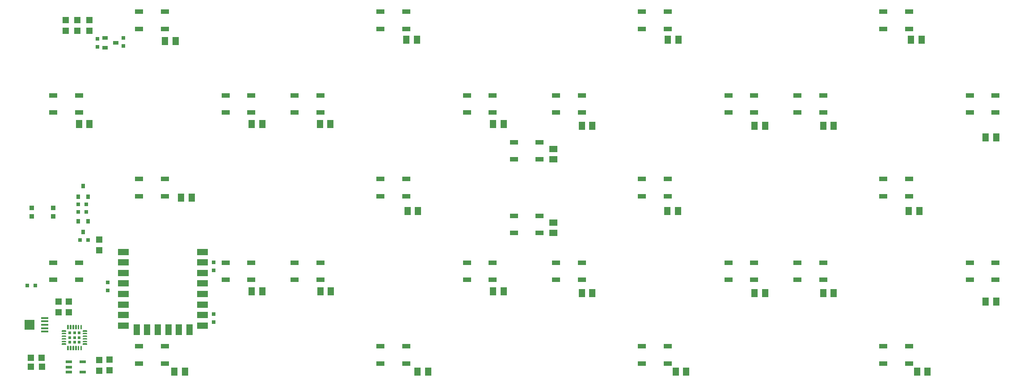
<source format=gtp>
G75*
%MOIN*%
%OFA0B0*%
%FSLAX25Y25*%
%IPPOS*%
%LPD*%
%AMOC8*
5,1,8,0,0,1.08239X$1,22.5*
%
%ADD10R,0.05906X0.03543*%
%ADD11R,0.05118X0.06299*%
%ADD12R,0.06299X0.05118*%
%ADD13R,0.05118X0.04724*%
%ADD14R,0.04724X0.02165*%
%ADD15R,0.07874X0.04724*%
%ADD16R,0.04724X0.07874*%
%ADD17R,0.03150X0.03150*%
%ADD18R,0.03543X0.03543*%
%ADD19C,0.00551*%
%ADD20R,0.02362X0.02362*%
%ADD21R,0.05709X0.01575*%
%ADD22R,0.07480X0.07480*%
%ADD23R,0.03150X0.03543*%
%ADD24R,0.04724X0.04724*%
%ADD25R,0.04724X0.05118*%
%ADD26R,0.04000X0.02500*%
D10*
X0156956Y0035104D03*
X0156956Y0048096D03*
X0176248Y0048096D03*
X0176248Y0035104D03*
X0221356Y0097604D03*
X0221356Y0110596D03*
X0240648Y0110596D03*
X0240648Y0097604D03*
X0272856Y0097604D03*
X0292148Y0097604D03*
X0292148Y0110596D03*
X0272856Y0110596D03*
X0336956Y0160104D03*
X0336956Y0173096D03*
X0356248Y0173096D03*
X0356248Y0160104D03*
X0436356Y0145596D03*
X0436356Y0132604D03*
X0455648Y0132604D03*
X0455648Y0145596D03*
X0467856Y0110596D03*
X0487148Y0110596D03*
X0487148Y0097604D03*
X0467856Y0097604D03*
X0420648Y0097604D03*
X0401356Y0097604D03*
X0401356Y0110596D03*
X0420648Y0110596D03*
X0356248Y0048096D03*
X0356248Y0035104D03*
X0336956Y0035104D03*
X0336956Y0048096D03*
X0531956Y0048096D03*
X0551248Y0048096D03*
X0551248Y0035104D03*
X0531956Y0035104D03*
X0596356Y0097604D03*
X0615648Y0097604D03*
X0615648Y0110596D03*
X0596356Y0110596D03*
X0647856Y0110596D03*
X0667148Y0110596D03*
X0667148Y0097604D03*
X0647856Y0097604D03*
X0711956Y0048096D03*
X0731248Y0048096D03*
X0731248Y0035104D03*
X0711956Y0035104D03*
X0776356Y0097604D03*
X0776356Y0110596D03*
X0795648Y0110596D03*
X0795648Y0097604D03*
X0731248Y0160104D03*
X0711956Y0160104D03*
X0711956Y0173096D03*
X0731248Y0173096D03*
X0776356Y0222604D03*
X0776356Y0235596D03*
X0795648Y0235596D03*
X0795648Y0222604D03*
X0731248Y0285104D03*
X0711956Y0285104D03*
X0711956Y0298096D03*
X0731248Y0298096D03*
X0667148Y0235596D03*
X0647856Y0235596D03*
X0647856Y0222604D03*
X0667148Y0222604D03*
X0615648Y0222604D03*
X0596356Y0222604D03*
X0596356Y0235596D03*
X0615648Y0235596D03*
X0551248Y0285104D03*
X0531956Y0285104D03*
X0531956Y0298096D03*
X0551248Y0298096D03*
X0487148Y0235596D03*
X0467856Y0235596D03*
X0467856Y0222604D03*
X0487148Y0222604D03*
X0455648Y0200596D03*
X0455648Y0187604D03*
X0436356Y0187604D03*
X0436356Y0200596D03*
X0420648Y0222604D03*
X0401356Y0222604D03*
X0401356Y0235596D03*
X0420648Y0235596D03*
X0356248Y0285104D03*
X0356248Y0298096D03*
X0336956Y0298096D03*
X0336956Y0285104D03*
X0292148Y0235596D03*
X0272856Y0235596D03*
X0272856Y0222604D03*
X0292148Y0222604D03*
X0240648Y0222604D03*
X0240648Y0235596D03*
X0221356Y0235596D03*
X0221356Y0222604D03*
X0176248Y0173096D03*
X0176248Y0160104D03*
X0156956Y0160104D03*
X0156956Y0173096D03*
X0112148Y0222604D03*
X0092856Y0222604D03*
X0092856Y0235596D03*
X0112148Y0235596D03*
X0156956Y0285104D03*
X0156956Y0298096D03*
X0176248Y0298096D03*
X0176248Y0285104D03*
X0112148Y0110596D03*
X0092856Y0110596D03*
X0092856Y0097604D03*
X0112148Y0097604D03*
X0531956Y0160104D03*
X0551248Y0160104D03*
X0551248Y0173096D03*
X0531956Y0173096D03*
D11*
X0550815Y0149100D03*
X0558689Y0149100D03*
X0615815Y0087850D03*
X0623689Y0087850D03*
X0667065Y0087850D03*
X0674939Y0087850D03*
X0730815Y0149100D03*
X0738689Y0149100D03*
X0788315Y0204100D03*
X0796189Y0204100D03*
X0674939Y0212850D03*
X0667065Y0212850D03*
X0623689Y0212850D03*
X0615815Y0212850D03*
X0559139Y0277250D03*
X0551265Y0277250D03*
X0494939Y0212850D03*
X0487065Y0212850D03*
X0428689Y0214100D03*
X0420815Y0214100D03*
X0364139Y0277250D03*
X0356265Y0277250D03*
X0299639Y0214000D03*
X0291765Y0214000D03*
X0248689Y0214100D03*
X0240815Y0214100D03*
X0196189Y0159100D03*
X0188315Y0159100D03*
X0119939Y0214100D03*
X0112065Y0214100D03*
X0176265Y0276000D03*
X0184139Y0276000D03*
X0357065Y0149100D03*
X0364939Y0149100D03*
X0420815Y0089100D03*
X0428689Y0089100D03*
X0487065Y0087850D03*
X0494939Y0087850D03*
X0557065Y0029100D03*
X0564939Y0029100D03*
X0737065Y0029100D03*
X0744939Y0029100D03*
X0788315Y0081600D03*
X0796189Y0081600D03*
X0740389Y0277250D03*
X0732515Y0277250D03*
X0299939Y0089100D03*
X0292065Y0089100D03*
X0248689Y0089100D03*
X0240815Y0089100D03*
X0191189Y0029100D03*
X0183315Y0029100D03*
X0364565Y0029100D03*
X0372439Y0029100D03*
D12*
X0466002Y0132663D03*
X0466002Y0140537D03*
X0466002Y0187663D03*
X0466002Y0195537D03*
D13*
X0134835Y0037999D03*
X0127061Y0037664D03*
X0127061Y0029664D03*
X0134835Y0029999D03*
X0104444Y0073500D03*
X0097002Y0073500D03*
X0097002Y0081500D03*
X0104444Y0081500D03*
X0127202Y0119750D03*
X0127202Y0127750D03*
X0119752Y0283850D03*
X0111002Y0283850D03*
X0102252Y0283850D03*
X0102252Y0291850D03*
X0111002Y0291850D03*
X0119752Y0291850D03*
D14*
X0114870Y0036340D03*
X0114870Y0028860D03*
X0104633Y0028860D03*
X0104633Y0032600D03*
X0104633Y0036340D03*
D15*
X0145224Y0063448D03*
X0145224Y0071322D03*
X0145224Y0079196D03*
X0145224Y0087070D03*
X0145224Y0094944D03*
X0145224Y0102819D03*
X0145224Y0110693D03*
X0145224Y0118567D03*
X0204280Y0118567D03*
X0204280Y0110693D03*
X0204280Y0102819D03*
X0204280Y0094944D03*
X0204280Y0087070D03*
X0204280Y0079196D03*
X0204280Y0071322D03*
X0204280Y0063448D03*
D16*
X0194437Y0060417D03*
X0186563Y0060417D03*
X0178689Y0060417D03*
X0170815Y0060417D03*
X0162941Y0060417D03*
X0155067Y0060417D03*
D17*
X0133502Y0089850D03*
X0133502Y0095850D03*
X0118902Y0127350D03*
X0112902Y0127350D03*
X0111452Y0148400D03*
X0111502Y0154100D03*
X0117502Y0154100D03*
X0117452Y0148400D03*
X0212602Y0110650D03*
X0212602Y0104650D03*
X0212352Y0071950D03*
X0212352Y0065950D03*
X0079552Y0093400D03*
X0073552Y0093400D03*
X0125852Y0271750D03*
X0125852Y0277750D03*
X0145102Y0278300D03*
X0145102Y0272300D03*
D18*
X0092823Y0151500D03*
X0092823Y0145200D03*
X0076681Y0145200D03*
X0076681Y0151500D03*
D19*
X0103555Y0063774D02*
X0103555Y0061174D01*
X0103555Y0063774D02*
X0104107Y0063774D01*
X0104107Y0061174D01*
X0103555Y0061174D01*
X0103555Y0061697D02*
X0104107Y0061697D01*
X0104107Y0062220D02*
X0103555Y0062220D01*
X0103555Y0062743D02*
X0104107Y0062743D01*
X0104107Y0063266D02*
X0103555Y0063266D01*
X0105523Y0063774D02*
X0105523Y0061174D01*
X0105523Y0063774D02*
X0106075Y0063774D01*
X0106075Y0061174D01*
X0105523Y0061174D01*
X0105523Y0061697D02*
X0106075Y0061697D01*
X0106075Y0062220D02*
X0105523Y0062220D01*
X0105523Y0062743D02*
X0106075Y0062743D01*
X0106075Y0063266D02*
X0105523Y0063266D01*
X0107492Y0063774D02*
X0107492Y0061174D01*
X0107492Y0063774D02*
X0108044Y0063774D01*
X0108044Y0061174D01*
X0107492Y0061174D01*
X0107492Y0061697D02*
X0108044Y0061697D01*
X0108044Y0062220D02*
X0107492Y0062220D01*
X0107492Y0062743D02*
X0108044Y0062743D01*
X0108044Y0063266D02*
X0107492Y0063266D01*
X0109460Y0063774D02*
X0109460Y0061174D01*
X0109460Y0063774D02*
X0110012Y0063774D01*
X0110012Y0061174D01*
X0109460Y0061174D01*
X0109460Y0061697D02*
X0110012Y0061697D01*
X0110012Y0062220D02*
X0109460Y0062220D01*
X0109460Y0062743D02*
X0110012Y0062743D01*
X0110012Y0063266D02*
X0109460Y0063266D01*
X0111429Y0063774D02*
X0111429Y0061174D01*
X0111429Y0063774D02*
X0111981Y0063774D01*
X0111981Y0061174D01*
X0111429Y0061174D01*
X0111429Y0061697D02*
X0111981Y0061697D01*
X0111981Y0062220D02*
X0111429Y0062220D01*
X0111429Y0062743D02*
X0111981Y0062743D01*
X0111981Y0063266D02*
X0111429Y0063266D01*
X0113397Y0063774D02*
X0113397Y0061174D01*
X0113397Y0063774D02*
X0113949Y0063774D01*
X0113949Y0061174D01*
X0113397Y0061174D01*
X0113397Y0061697D02*
X0113949Y0061697D01*
X0113949Y0062220D02*
X0113397Y0062220D01*
X0113397Y0062743D02*
X0113949Y0062743D01*
X0113949Y0063266D02*
X0113397Y0063266D01*
X0115326Y0059245D02*
X0117926Y0059245D01*
X0115326Y0059245D02*
X0115326Y0059797D01*
X0117926Y0059797D01*
X0117926Y0059245D01*
X0117926Y0059768D02*
X0115326Y0059768D01*
X0115326Y0057277D02*
X0117926Y0057277D01*
X0115326Y0057277D02*
X0115326Y0057829D01*
X0117926Y0057829D01*
X0117926Y0057277D01*
X0117926Y0057800D02*
X0115326Y0057800D01*
X0115326Y0055308D02*
X0117926Y0055308D01*
X0115326Y0055308D02*
X0115326Y0055860D01*
X0117926Y0055860D01*
X0117926Y0055308D01*
X0117926Y0055831D02*
X0115326Y0055831D01*
X0115326Y0053340D02*
X0117926Y0053340D01*
X0115326Y0053340D02*
X0115326Y0053892D01*
X0117926Y0053892D01*
X0117926Y0053340D01*
X0117926Y0053863D02*
X0115326Y0053863D01*
X0115326Y0051371D02*
X0117926Y0051371D01*
X0115326Y0051371D02*
X0115326Y0051923D01*
X0117926Y0051923D01*
X0117926Y0051371D01*
X0117926Y0051894D02*
X0115326Y0051894D01*
X0115326Y0049403D02*
X0117926Y0049403D01*
X0115326Y0049403D02*
X0115326Y0049955D01*
X0117926Y0049955D01*
X0117926Y0049403D01*
X0117926Y0049926D02*
X0115326Y0049926D01*
X0113949Y0048026D02*
X0113949Y0045426D01*
X0113397Y0045426D01*
X0113397Y0048026D01*
X0113949Y0048026D01*
X0113949Y0045949D02*
X0113397Y0045949D01*
X0113397Y0046472D02*
X0113949Y0046472D01*
X0113949Y0046995D02*
X0113397Y0046995D01*
X0113397Y0047518D02*
X0113949Y0047518D01*
X0111981Y0048026D02*
X0111981Y0045426D01*
X0111429Y0045426D01*
X0111429Y0048026D01*
X0111981Y0048026D01*
X0111981Y0045949D02*
X0111429Y0045949D01*
X0111429Y0046472D02*
X0111981Y0046472D01*
X0111981Y0046995D02*
X0111429Y0046995D01*
X0111429Y0047518D02*
X0111981Y0047518D01*
X0110012Y0048026D02*
X0110012Y0045426D01*
X0109460Y0045426D01*
X0109460Y0048026D01*
X0110012Y0048026D01*
X0110012Y0045949D02*
X0109460Y0045949D01*
X0109460Y0046472D02*
X0110012Y0046472D01*
X0110012Y0046995D02*
X0109460Y0046995D01*
X0109460Y0047518D02*
X0110012Y0047518D01*
X0108044Y0048026D02*
X0108044Y0045426D01*
X0107492Y0045426D01*
X0107492Y0048026D01*
X0108044Y0048026D01*
X0108044Y0045949D02*
X0107492Y0045949D01*
X0107492Y0046472D02*
X0108044Y0046472D01*
X0108044Y0046995D02*
X0107492Y0046995D01*
X0107492Y0047518D02*
X0108044Y0047518D01*
X0106075Y0048026D02*
X0106075Y0045426D01*
X0105523Y0045426D01*
X0105523Y0048026D01*
X0106075Y0048026D01*
X0106075Y0045949D02*
X0105523Y0045949D01*
X0105523Y0046472D02*
X0106075Y0046472D01*
X0106075Y0046995D02*
X0105523Y0046995D01*
X0105523Y0047518D02*
X0106075Y0047518D01*
X0104107Y0048026D02*
X0104107Y0045426D01*
X0103555Y0045426D01*
X0103555Y0048026D01*
X0104107Y0048026D01*
X0104107Y0045949D02*
X0103555Y0045949D01*
X0103555Y0046472D02*
X0104107Y0046472D01*
X0104107Y0046995D02*
X0103555Y0046995D01*
X0103555Y0047518D02*
X0104107Y0047518D01*
X0102178Y0049955D02*
X0099578Y0049955D01*
X0102178Y0049955D02*
X0102178Y0049403D01*
X0099578Y0049403D01*
X0099578Y0049955D01*
X0099578Y0049926D02*
X0102178Y0049926D01*
X0102178Y0051923D02*
X0099578Y0051923D01*
X0102178Y0051923D02*
X0102178Y0051371D01*
X0099578Y0051371D01*
X0099578Y0051923D01*
X0099578Y0051894D02*
X0102178Y0051894D01*
X0102178Y0053892D02*
X0099578Y0053892D01*
X0102178Y0053892D02*
X0102178Y0053340D01*
X0099578Y0053340D01*
X0099578Y0053892D01*
X0099578Y0053863D02*
X0102178Y0053863D01*
X0102178Y0055860D02*
X0099578Y0055860D01*
X0102178Y0055860D02*
X0102178Y0055308D01*
X0099578Y0055308D01*
X0099578Y0055860D01*
X0099578Y0055831D02*
X0102178Y0055831D01*
X0102178Y0057829D02*
X0099578Y0057829D01*
X0102178Y0057829D02*
X0102178Y0057277D01*
X0099578Y0057277D01*
X0099578Y0057829D01*
X0099578Y0057800D02*
X0102178Y0057800D01*
X0102178Y0059797D02*
X0099578Y0059797D01*
X0102178Y0059797D02*
X0102178Y0059245D01*
X0099578Y0059245D01*
X0099578Y0059797D01*
X0099578Y0059768D02*
X0102178Y0059768D01*
D20*
X0105209Y0058143D03*
X0108752Y0058143D03*
X0108752Y0054600D03*
X0112295Y0054600D03*
X0112295Y0051057D03*
X0108752Y0051057D03*
X0105209Y0051057D03*
X0105209Y0054600D03*
X0112295Y0058143D03*
D21*
X0086519Y0058982D03*
X0086519Y0061541D03*
X0086519Y0064100D03*
X0086519Y0066659D03*
X0086519Y0069218D03*
D22*
X0075102Y0064100D03*
D23*
X0115252Y0133269D03*
X0118992Y0141537D03*
X0111512Y0141537D03*
X0111512Y0159663D03*
X0118992Y0159663D03*
X0115252Y0167931D03*
D24*
X0076218Y0032900D03*
X0084486Y0032900D03*
D25*
X0084302Y0039300D03*
X0076302Y0039300D03*
D26*
X0131665Y0271060D03*
X0139539Y0274800D03*
X0131665Y0278540D03*
M02*

</source>
